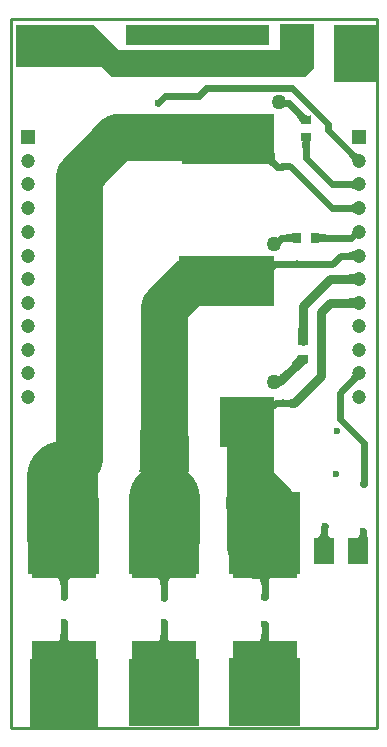
<source format=gbl>
%FSTAX23Y23*%
%MOIN*%
%SFA1B1*%

%IPPOS*%
%AMD20*
4,1,8,-0.001800,-0.011800,0.001800,-0.011800,0.005900,-0.007700,0.005900,0.007700,0.001800,0.011800,-0.001800,0.011800,-0.005900,0.007700,-0.005900,-0.007700,-0.001800,-0.011800,0.0*
1,1,0.008260,-0.001800,-0.007700*
1,1,0.008260,0.001800,-0.007700*
1,1,0.008260,0.001800,0.007700*
1,1,0.008260,-0.001800,0.007700*
%
%ADD10C,0.009840*%
%ADD13C,0.010000*%
%ADD17R,0.027560X0.035430*%
G04~CAMADD=20~8~0.0~0.0~118.1~236.2~41.3~0.0~15~0.0~0.0~0.0~0.0~0~0.0~0.0~0.0~0.0~0~0.0~0.0~0.0~180.0~118.0~237.0*
%ADD20D20*%
%ADD21O,0.011810X0.023620*%
%ADD30R,0.035430X0.027560*%
%ADD53C,0.023620*%
%ADD56C,0.015000*%
%ADD57C,0.031500*%
%ADD58C,0.047240*%
%ADD59R,0.047240X0.047240*%
%ADD60C,0.023620*%
%ADD61C,0.028000*%
%ADD62C,0.050000*%
%ADD63R,0.216540X0.112210*%
%ADD64R,0.070870X0.088580*%
%ADD65C,0.157480*%
%ADD66C,0.236220*%
%LNpcb1-1*%
%LPD*%
G36*
X00981Y01155D02*
X00956Y01139D01*
X00949Y01172*
X00949Y01172*
X0095Y01172*
X00951Y01172*
X00952Y01172*
X00953Y01173*
X00954Y01174*
X00958Y01177*
X00961Y01181*
X00981Y01155*
G37*
G36*
X0122Y01157D02*
X01218Y01157D01*
X01217Y01157*
X01216Y01156*
X01214Y01156*
X01212Y01155*
X01211Y01154*
X01209Y01152*
X01207Y01151*
X01204Y01148*
X01187Y01164*
X01189Y01166*
X01192Y0117*
X01193Y01171*
X01194Y01173*
X01195Y01175*
X01196Y01176*
X01196Y01178*
X01196Y01179*
X01196Y0118*
X0122Y01157*
G37*
G36*
X00994Y0107D02*
X00965D01*
Y01094*
X00994*
Y0107*
G37*
G36*
X00935Y00935D02*
X00757D01*
Y01102*
X00935*
Y00935*
G37*
G36*
X00654Y00851D02*
X00487D01*
X00488Y00854*
X00489Y00862*
X0049Y00892*
X00492Y01091*
X00649*
X00654Y00851*
G37*
G36*
X01246Y00651D02*
X01246Y00644D01*
X01247Y00642*
X01248Y00639*
X01248Y00638*
X01249Y00636*
X01251Y00635*
X01252Y00634*
X01253Y00634*
X01213Y00634*
X01215Y00634*
X01216Y00635*
X01218Y00636*
X01219Y00637*
X0122Y00639*
X01221Y00642*
X01221Y00644*
X01222Y00647*
X01222Y00651*
X01222Y00655*
X01246*
X01246Y00651*
G37*
G36*
X01116Y00653D02*
X01116Y00649D01*
X01117Y00646*
X01118Y00643*
X01119Y0064*
X0112Y00638*
X01121Y00636*
X01123Y00635*
X01125Y00634*
X01127Y00634*
X0108*
X01082Y00634*
X01084Y00635*
X01086Y00636*
X01088Y00638*
X01089Y0064*
X0109Y00643*
X01091Y00646*
X01092Y00649*
X01092Y00653*
X01092Y00658*
X01116*
X01116Y00653*
G37*
G36*
X01023Y00511D02*
X00787D01*
Y00624*
X00787Y00625*
X00784Y00636*
X00782Y0065*
X00779Y00688*
X00777Y00768*
X00787*
Y00787*
X01023*
Y00511*
G37*
G36*
X00688D02*
X00452D01*
Y00728*
X00688*
Y00511*
G37*
G36*
X00354D02*
X00118D01*
Y00767*
X00354*
Y00511*
G37*
G36*
X00926Y00498D02*
X00924Y00498D01*
X00923Y00497*
X00921Y00495*
X0092Y00493*
X00919Y0049*
X00918Y00487*
X00917Y00484*
X00917Y0048*
X00917Y00475*
X00893*
X00893Y0048*
X00893Y00484*
X00892Y00487*
X00891Y0049*
X0089Y00493*
X00889Y00495*
X00887Y00497*
X00886Y00498*
X00884Y00498*
X00881Y00499*
X00929*
X00926Y00498*
G37*
G36*
X00257D02*
X00255Y00498D01*
X00253Y00497*
X00252Y00495*
X0025Y00493*
X00249Y0049*
X00249Y00487*
X00248Y00484*
X00248Y0048*
X00248Y00475*
X00224*
X00224Y0048*
X00223Y00484*
X00223Y00487*
X00222Y0049*
X00221Y00493*
X0022Y00495*
X00218Y00497*
X00216Y00498*
X00214Y00498*
X00212Y00499*
X00259*
X00257Y00498*
G37*
G36*
X00592D02*
X0059Y00498D01*
X00588Y00497*
X00586Y00495*
X00585Y00493*
X00584Y0049*
X00583Y00487*
X00583Y00484*
X00582Y0048*
X00582Y00475*
X00559*
X00558Y0048*
X00558Y00484*
X00557Y00487*
X00557Y0049*
X00556Y00493*
X00554Y00495*
X00553Y00497*
X00551Y00498*
X00549Y00498*
X00547Y00499*
X00594*
X00592Y00498*
G37*
G36*
X00917Y00307D02*
X00917Y00303D01*
X00918Y00299*
X00919Y00296*
X0092Y00294*
X00921Y00291*
X00923Y0029*
X00924Y00289*
X00926Y00288*
X00929Y00288*
X00881*
X00884Y00288*
X00886Y00289*
X00887Y0029*
X00889Y00291*
X0089Y00294*
X00891Y00296*
X00892Y00299*
X00893Y00303*
X00893Y00307*
X00893Y00311*
X00917*
X00917Y00307*
G37*
G36*
X00248D02*
X00248Y00303D01*
X00249Y00299*
X00249Y00296*
X0025Y00294*
X00252Y00291*
X00253Y0029*
X00255Y00289*
X00257Y00288*
X00259Y00288*
X00212*
X00214Y00288*
X00216Y00289*
X00218Y0029*
X0022Y00291*
X00221Y00294*
X00222Y00296*
X00223Y00299*
X00223Y00303*
X00224Y00307*
X00224Y00311*
X00248*
X00248Y00307*
G37*
G36*
X00582D02*
X00583Y00303D01*
X00583Y00299*
X00584Y00296*
X00585Y00294*
X00586Y00291*
X00588Y0029*
X0059Y00289*
X00592Y00288*
X00594Y00288*
X00547*
X00549Y00288*
X00551Y00289*
X00553Y0029*
X00554Y00291*
X00556Y00294*
X00557Y00296*
X00557Y00299*
X00558Y00303*
X00558Y00307*
X00559Y00311*
X00582*
X00582Y00307*
G37*
G36*
X01023Y00007D02*
X00787D01*
Y00232*
X01023*
Y00007*
G37*
G36*
X00688D02*
X00452D01*
Y00228*
X00688*
Y00007*
G37*
G36*
X0035Y00003D02*
X00122D01*
Y00228*
X0035*
Y00003*
G37*
G36*
X00921Y02275D02*
X00444D01*
Y02342*
X00921*
Y02275*
G37*
G36*
X0107Y022D02*
X01039Y02169D01*
X00397*
X00362Y02204*
X00078*
Y02342*
X00338*
X00421Y02259*
X00956*
Y02346*
X0107*
Y022*
G37*
G36*
X01279Y02153D02*
X01141D01*
X01137Y02157*
Y02342*
X01279*
Y02153*
G37*
G36*
X0103Y02053D02*
X01038Y02046D01*
X01042Y02043*
X01046Y02041*
X01049Y0204*
X01052Y02039*
X01054Y02039*
X01057Y02039*
X01059Y02041*
X01025Y02013*
X01025Y02016*
X01025Y02018*
X01024Y0202*
X01023Y02023*
X01021Y02026*
X01019Y02028*
X01017Y02031*
X01012Y02037*
X01009Y02041*
X01025Y02057*
X0103Y02053*
G37*
G36*
X01059Y01954D02*
X01058Y01953D01*
X01057Y01952*
X01057Y01951*
X01056Y01948*
X01056Y01946*
X01055Y01943*
X01055Y01935*
X01055Y01931*
X01031*
X01031Y01935*
X0103Y01946*
X0103Y01948*
X01029Y01951*
X01028Y01952*
X01027Y01953*
X01026Y01954*
X01025Y01954*
X0106*
X01059Y01954*
G37*
G36*
X01206Y0192D02*
X01209Y01917D01*
X01211Y01916*
X01212Y01915*
X01214Y01914*
X01216Y01914*
X01217Y01913*
X01218Y01913*
X0122Y01913*
X01196Y0189*
X01196Y01891*
X01196Y01892*
X01196Y01894*
X01195Y01895*
X01194Y01897*
X01193Y01898*
X01192Y019*
X0119Y01902*
X01187Y01905*
X01204Y01922*
X01206Y0192*
G37*
G36*
X00935Y019D02*
X00939Y01903D01*
X00939Y01902*
X00939Y019*
X00939Y01898*
X0094Y01897*
X0094Y01895*
X00941Y01893*
X00942Y01891*
X00944Y0189*
X00945Y01888*
X00947Y01886*
X00926Y01873*
X00924Y01875*
X00919Y01879*
X00629*
Y02047*
X00935*
Y019*
G37*
G36*
X00993Y01858D02*
X00964D01*
Y01881*
X00993*
Y01858*
G37*
G36*
X01203Y01794D02*
X01202Y01795D01*
X01201Y01796*
X012Y01796*
X01198Y01797*
X01196Y01798*
X01194Y01798*
X01192Y01798*
X0119Y01799*
X01185Y01799*
Y01822*
X01188Y01822*
X01192Y01823*
X01194Y01823*
X01196Y01824*
X01198Y01824*
X012Y01825*
X01201Y01825*
X01202Y01826*
X01203Y01827*
Y01794*
G37*
G36*
Y01715D02*
X01202Y01716D01*
X01201Y01717*
X012Y01718*
X01198Y01718*
X01196Y01719*
X01194Y01719*
X01192Y0172*
X0119Y0172*
X01185Y0172*
Y01744*
X01188Y01744*
X01192Y01744*
X01194Y01744*
X01196Y01745*
X01198Y01745*
X012Y01746*
X01201Y01747*
X01202Y01747*
X01203Y01748*
Y01715*
G37*
G36*
X01086Y0165D02*
X01087Y01649D01*
X01088Y01648*
X0109Y01647*
X01092Y01647*
X01095Y01646*
X01098Y01646*
X01105Y01645*
X0111Y01645*
Y01622*
X01105Y01621*
X01095Y01621*
X01092Y0162*
X0109Y01619*
X01088Y01619*
X01087Y01618*
X01086Y01617*
X01086Y01616*
Y01651*
X01086Y0165*
G37*
G36*
X01Y01616D02*
X00999Y01617D01*
X00999Y01618*
X00997Y01619*
X00996Y01619*
X00994Y0162*
X00991Y01621*
X00988Y01621*
X0098Y01621*
X00976Y01622*
Y01645*
X0098Y01645*
X00991Y01646*
X00994Y01647*
X00996Y01647*
X00997Y01648*
X00999Y01649*
X00999Y0165*
X01Y01651*
Y01616*
G37*
G36*
X01203Y01558D02*
X01202Y01559D01*
X01201Y01559*
X012Y0156*
X01198Y01561*
X01196Y01561*
X01194Y01562*
X01192Y01562*
X0119Y01562*
X01185Y01562*
Y01586*
X01188Y01586*
X01192Y01587*
X01194Y01587*
X01196Y01587*
X01198Y01588*
X012Y01588*
X01201Y01589*
X01202Y0159*
X01203Y01591*
Y01558*
G37*
G36*
X01043Y01533D02*
X01014D01*
Y01557*
X01043*
Y01533*
G37*
G36*
X00935Y01557D02*
X00936Y01557D01*
X00953Y01557*
X00955Y01533*
X00952Y01533*
X0095Y01533*
X00947Y01532*
X00945Y01532*
X00944Y01531*
X00942Y0153*
X00941Y01529*
X0094Y01528*
X00939Y01527*
X00938Y01526*
X00935Y01533*
X00935Y01533*
X00935Y01533*
Y01407*
X0062*
Y01574*
X00935*
Y01557*
G37*
G36*
X01203Y01479D02*
X01203Y01479D01*
X01202Y01479*
X01201Y01479*
X01199Y0148*
X01191Y0148*
X01188*
Y01511*
X01203Y01512*
Y01479*
G37*
G36*
Y014D02*
X01203Y014D01*
X01202Y01401*
X01201Y01401*
X01199Y01401*
X01191Y01401*
X01188*
Y01433*
X01203Y01433*
Y014*
G37*
G36*
X01049Y01328D02*
X0105Y01303D01*
X01051Y01303*
X01015*
X01016Y01303*
X01016Y01304*
X01016Y01305*
X01017Y01308*
X01017Y01318*
X01017Y01334*
X01049*
X01049Y01328*
G37*
G36*
X01051Y01216D02*
X01049Y01216D01*
X01046Y01215*
X01044Y01214*
X01041Y01213*
X01038Y01211*
X01035Y01208*
X01028Y01202*
X01019Y01194*
X00993Y01212*
X00997Y01217*
X01007Y01228*
X0101Y01231*
X01012Y01234*
X01013Y01237*
X01014Y01239*
X01015Y01242*
X01015Y01243*
X01051Y01216*
G37*
%LNpcb1-2*%
%LPC*%
G36*
X00935Y01534D02*
Y01534D01*
X00935Y01533*
X00935Y01534*
G37*
%LNpcb1-3*%
%LPD*%
G54D10*
X0057Y00555D02*
Y00629D01*
G54D13*
X01279Y0D02*
Y02362D01*
X00059Y0D02*
X01279D01*
X00059D02*
Y02362D01*
X01279*
G54D17*
X01013Y01633D03*
X01072D03*
G54D20*
X00965Y01082D03*
X01014Y01545D03*
X00964Y0187D03*
G54D21*
X00994Y01082D03*
X01043Y01545D03*
X00993Y0187D03*
G54D30*
X01033Y0123D03*
Y01289D03*
X01043Y02027D03*
Y01968D03*
G54D53*
X01118Y01991D02*
Y02011D01*
X00998Y02131D02*
X01118Y02011D01*
X0071Y02131D02*
X00998D01*
X00685Y02106D02*
X0071Y02131D01*
X00551Y02082D02*
X00574Y02106D01*
X00685*
X01118Y01991D02*
X0122Y01889D01*
X01156Y0103D02*
X01236Y0095D01*
Y00812D02*
Y0095D01*
X01156Y0103D02*
Y01117D01*
X0122Y01181*
X01234Y00606D02*
Y00655D01*
X01218Y0059D02*
X01234Y00606D01*
X01104Y00668D02*
X01107Y00671D01*
X01104Y0059D02*
Y00668D01*
X00905Y00232D02*
Y00345D01*
X00903Y00347D02*
X00905Y00345D01*
X00904Y00436D02*
X00905Y00437D01*
Y00555*
X0057Y00232D02*
Y00351D01*
X00236Y00437D02*
Y00555D01*
X00235Y00436D02*
X00236Y00437D01*
Y00232D02*
Y00352D01*
X00235Y00353D02*
X00236Y00352D01*
X0057Y00431D02*
Y00555D01*
X00915Y01072D02*
X0092Y01077D01*
X00938*
X00943Y01082*
X00965*
X01131Y01545D02*
X01161Y01574D01*
X01043Y01545D02*
X01131D01*
X01161Y01574D02*
X0122D01*
X00934Y01545D02*
X01014D01*
X01214Y01653D02*
X0122D01*
X01194Y01633D02*
X01214Y01653D01*
X01072Y01633D02*
X01194D01*
X00942Y01614D02*
X00961Y01633D01*
X00935Y01614D02*
X00942D01*
X00961Y01633D02*
X01013D01*
X00994Y0187D02*
X01131Y01732D01*
X0122*
X00993Y0187D02*
X00994D01*
X00947D02*
X00964D01*
X00915Y01901D02*
X00947Y0187D01*
X01043Y01899D02*
Y01968D01*
Y01899D02*
X01131Y01811D01*
X0122*
X00954Y02086D02*
X00959Y02081D01*
X00985*
X01039Y02027*
X01043*
G54D56*
X00236Y00232D02*
X00238Y00234D01*
X00915Y01535D02*
X00924D01*
X00934Y01545*
X00915Y01901D02*
Y01909D01*
G54D57*
X01092Y01171D02*
Y01387D01*
X01003Y01082D02*
X01092Y01171D01*
X00935Y01151D02*
X00938Y01155D01*
X00958*
X01033Y0123*
X01122Y01496D02*
X0122D01*
X01033Y01407D02*
X01122Y01496D01*
X01033Y01289D02*
Y01407D01*
X01092Y01387D02*
X01122Y01417D01*
X0122*
X00994Y01082D02*
X01003D01*
G54D58*
X0122Y01102D03*
Y01181D03*
Y01259D03*
Y01338D03*
Y01417D03*
Y01496D03*
Y01574D03*
Y01653D03*
Y01732D03*
Y01811D03*
Y01889D03*
X00118Y01102D03*
Y01181D03*
Y01259D03*
Y01338D03*
Y01417D03*
Y01496D03*
Y01574D03*
Y01653D03*
Y01732D03*
Y01811D03*
Y01889D03*
G54D59*
X0122Y01968D03*
X00118D03*
G54D60*
X00389Y02251D03*
Y02228D03*
Y02204D03*
X00366Y02275D03*
Y02251D03*
Y02228D03*
X00342Y02299D03*
Y02275D03*
Y02251D03*
Y02228D03*
X00318Y02322D03*
Y02299D03*
Y02275D03*
Y02251D03*
Y02228D03*
X00295Y02322D03*
Y02299D03*
Y02275D03*
Y02251D03*
Y02228D03*
X00271Y02322D03*
Y02299D03*
Y02275D03*
Y02251D03*
Y02228D03*
X00248Y02322D03*
Y02299D03*
Y02275D03*
Y02251D03*
Y02228D03*
X00224Y02322D03*
Y02299D03*
Y02275D03*
Y02251D03*
Y02228D03*
X002Y02322D03*
Y02299D03*
Y02275D03*
Y02251D03*
Y02228D03*
X00177Y02322D03*
Y02299D03*
Y02275D03*
Y02251D03*
Y02228D03*
X00153Y02322D03*
Y02299D03*
Y02275D03*
Y02251D03*
Y02228D03*
X00129Y02322D03*
Y02299D03*
Y02275D03*
Y02251D03*
Y02228D03*
X00106Y02322D03*
Y02299D03*
Y02275D03*
Y02251D03*
Y02228D03*
X01263Y02322D03*
Y02299D03*
Y02275D03*
Y02251D03*
Y02228D03*
Y02204D03*
Y02181D03*
X0124Y02322D03*
Y02299D03*
Y02275D03*
Y02251D03*
Y02228D03*
Y02204D03*
Y02181D03*
X01216Y02322D03*
Y02299D03*
Y02275D03*
Y02251D03*
Y02228D03*
Y02204D03*
Y02181D03*
X01192Y02322D03*
Y02299D03*
Y02275D03*
Y02251D03*
Y02228D03*
Y02204D03*
Y02181D03*
X01169Y02322D03*
Y02299D03*
Y02275D03*
Y02251D03*
Y02228D03*
Y02204D03*
Y02181D03*
X00885Y02322D03*
Y02299D03*
X00862Y02322D03*
Y02299D03*
X00838Y02322D03*
Y02299D03*
X00814Y02322D03*
Y02299D03*
X00791Y02322D03*
Y02299D03*
X00767Y02322D03*
Y02299D03*
X00744Y02322D03*
Y02299D03*
X0072Y02322D03*
Y02299D03*
X00551Y02082D03*
X00814Y00196D03*
X00838D03*
X00862D03*
X00885D03*
X00909D03*
X00933D03*
X00956D03*
X0098D03*
X01003D03*
X00814Y00173D03*
X00838D03*
X00862D03*
X00885D03*
X00909D03*
X00933D03*
X00956D03*
X0098D03*
X01003D03*
Y00149D03*
Y00125D03*
Y00102D03*
Y00078D03*
Y00055D03*
Y00031D03*
X0098Y00149D03*
Y00125D03*
Y00102D03*
Y00078D03*
Y00055D03*
Y00031D03*
X00956Y00149D03*
Y00125D03*
Y00102D03*
Y00078D03*
Y00055D03*
Y00031D03*
X00933Y00149D03*
Y00125D03*
Y00102D03*
Y00078D03*
Y00055D03*
Y00031D03*
X00909Y00149D03*
Y00125D03*
Y00102D03*
Y00078D03*
Y00055D03*
Y00031D03*
X00885Y00149D03*
Y00125D03*
Y00102D03*
Y00078D03*
Y00055D03*
Y00031D03*
X00862Y00149D03*
Y00125D03*
Y00102D03*
Y00078D03*
Y00055D03*
Y00031D03*
X00838Y00149D03*
Y00125D03*
Y00102D03*
Y00078D03*
Y00055D03*
Y00031D03*
X00814Y00149D03*
Y00125D03*
Y00102D03*
Y00078D03*
Y00055D03*
Y00031D03*
X00484Y00196D03*
X00507D03*
X00531D03*
X00555D03*
X00578D03*
X00602D03*
X00625D03*
X00649D03*
X00673D03*
X00484Y00173D03*
X00507D03*
X00531D03*
X00555D03*
X00578D03*
X00602D03*
X00625D03*
X00649D03*
X00673D03*
Y00149D03*
Y00125D03*
Y00102D03*
Y00078D03*
Y00055D03*
Y00031D03*
X00649Y00149D03*
Y00125D03*
Y00102D03*
Y00078D03*
Y00055D03*
Y00031D03*
X00625Y00149D03*
Y00125D03*
Y00102D03*
Y00078D03*
Y00055D03*
Y00031D03*
X00602Y00149D03*
Y00125D03*
Y00102D03*
Y00078D03*
Y00055D03*
Y00031D03*
X00578Y00149D03*
Y00125D03*
Y00102D03*
Y00078D03*
Y00055D03*
Y00031D03*
X00555Y00149D03*
Y00125D03*
Y00102D03*
Y00078D03*
Y00055D03*
Y00031D03*
X00531Y00149D03*
Y00125D03*
Y00102D03*
Y00078D03*
Y00055D03*
Y00031D03*
X00507Y00149D03*
Y00125D03*
Y00102D03*
Y00078D03*
Y00055D03*
Y00031D03*
X00484Y00149D03*
Y00125D03*
Y00102D03*
Y00078D03*
Y00055D03*
Y00031D03*
X00153Y00196D03*
X00177D03*
X002D03*
X00224D03*
X00248D03*
X00271D03*
X00295D03*
X00318D03*
X00153Y00173D03*
X00177D03*
X002D03*
X00224D03*
X00248D03*
X00271D03*
X00295D03*
X00318D03*
Y00149D03*
Y00125D03*
Y00102D03*
Y00078D03*
Y00055D03*
Y00031D03*
X00295Y00149D03*
Y00125D03*
Y00102D03*
Y00078D03*
Y00055D03*
Y00031D03*
X00271Y00149D03*
Y00125D03*
Y00102D03*
Y00078D03*
Y00055D03*
Y00031D03*
X00248Y00149D03*
Y00125D03*
Y00102D03*
Y00078D03*
Y00055D03*
Y00031D03*
X00224Y00149D03*
Y00125D03*
Y00102D03*
Y00078D03*
Y00055D03*
Y00031D03*
X002Y00149D03*
Y00125D03*
Y00102D03*
Y00078D03*
Y00055D03*
Y00031D03*
X00177Y00149D03*
Y00125D03*
Y00102D03*
Y00078D03*
Y00055D03*
Y00031D03*
X00153Y00149D03*
Y00125D03*
Y00102D03*
Y00078D03*
Y00055D03*
Y00031D03*
X00787Y0109D03*
X00811D03*
X00834D03*
X00858D03*
X00881D03*
X00787Y0107D03*
X00811D03*
X00834D03*
X00858D03*
X00881D03*
X00905Y01047D03*
X00881D03*
X00858D03*
X00834D03*
X00811D03*
X00787D03*
X00909Y00952D03*
X00885D03*
X00862D03*
X00838D03*
X00814D03*
X00791D03*
X00909Y00976D03*
X00885D03*
X00862D03*
X00838D03*
X00814D03*
X00791D03*
X00909Y00999D03*
X00885D03*
X00862D03*
X00838D03*
X00814D03*
X00791D03*
X00909Y01023D03*
X00885D03*
X00862D03*
X00838D03*
X00814D03*
X00791D03*
X00744Y01425D03*
X00767D03*
Y01448D03*
Y01472D03*
Y01519D03*
X00763Y01543D03*
X00787D03*
X00811D03*
X00834D03*
X00858D03*
X00881D03*
X00791Y01519D03*
X00814D03*
X00838D03*
X00862D03*
X00885D03*
X00791Y01425D03*
X00814D03*
X00838D03*
X00862D03*
X00885D03*
X00791Y01448D03*
X00814D03*
X00838D03*
X00862D03*
X00885D03*
X00791Y01472D03*
X00814D03*
X00838D03*
X00862D03*
X00885D03*
Y01496D03*
X00862D03*
X00838D03*
X00814D03*
X00791D03*
X00767D03*
X00744Y01543D03*
Y01519D03*
Y01496D03*
Y01472D03*
Y01448D03*
X0072Y01543D03*
Y01519D03*
Y01496D03*
Y01472D03*
Y01448D03*
Y01425D03*
X00696Y01543D03*
Y01519D03*
Y01496D03*
Y01472D03*
Y01448D03*
Y01425D03*
X01148Y00989D03*
X01234Y00655D03*
X01107Y00671D03*
X00903Y00347D03*
X00904Y00436D03*
X0057Y00351D03*
X00235Y00436D03*
Y00353D03*
X0057Y00431D03*
X01144Y00845D03*
X00905Y02014D03*
X00907Y01991D03*
X00883D03*
X00881Y02014D03*
X0086Y01991D03*
X00909Y01968D03*
X00885D03*
X00862D03*
X00858Y02014D03*
X00834D03*
X00811D03*
X00788Y02015D03*
X00838Y01968D03*
X00836Y01991D03*
X00814Y01968D03*
X00812Y01991D03*
X00791Y01992D03*
Y01968D03*
X00766Y02014D03*
X00744Y02015D03*
X00767Y01992D03*
X00744D03*
X0072D03*
Y02015D03*
X00744Y01968D03*
X00767D03*
X00766Y01944D03*
X00744D03*
X0072Y01921D03*
Y01944D03*
X00744Y01921D03*
X00696Y02015D03*
X0072Y01968D03*
X00696Y01992D03*
Y01921D03*
Y01968D03*
Y01944D03*
X0072Y01897D03*
X00744D03*
X00696D03*
X00769Y01896D03*
X00768Y01921D03*
X00795Y01894D03*
X00818D03*
X00842D03*
X00866D03*
X00889D03*
X00794Y0192D03*
X00817D03*
X00841D03*
X00865D03*
X00888D03*
X00816Y01944D03*
X0084D03*
X00864D03*
X00887D03*
X00911D03*
X00791D03*
G54D61*
X01236Y00812D03*
G54D62*
X00915Y01909D03*
X00954Y02086D03*
X00935Y01151D03*
X00915Y01072D03*
Y01535D03*
X00935Y01614D03*
G54D63*
X00236Y00232D03*
Y00555D03*
X0057D03*
Y00232D03*
X00905Y00555D03*
Y00232D03*
G54D64*
X01218Y0059D03*
X01104D03*
G54D65*
X00285Y00895D02*
Y0184D01*
X0023Y0084D02*
X00285Y00895D01*
Y0184D02*
X00413Y01968D01*
X00856Y00604D02*
Y00818D01*
Y00604D02*
X00875Y00584D01*
X00856Y00818D02*
X00935Y00738D01*
X00856Y00818D02*
Y01013D01*
X0057Y00767D02*
Y01403D01*
X00875Y00577D02*
Y00584D01*
X00413Y01968D02*
X00669D01*
X00663Y01496D02*
X00688D01*
X0057Y01403D02*
X00663Y01496D01*
G54D66*
X0023Y00635D02*
Y0084D01*
X0057Y00629D02*
Y00767D01*
M02*
</source>
